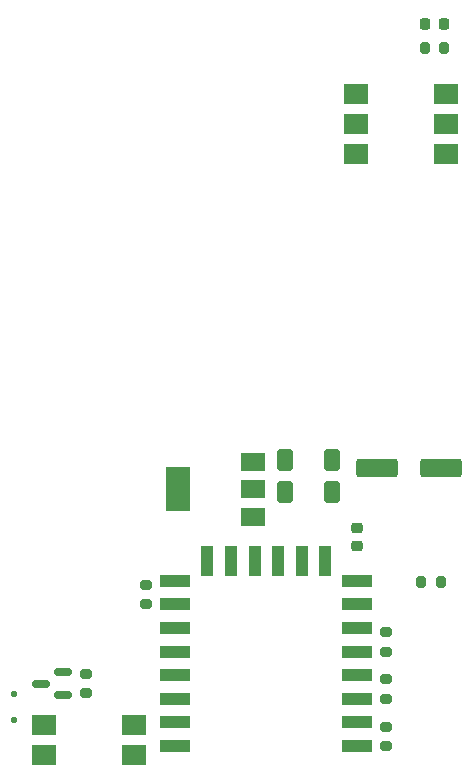
<source format=gtp>
%TF.GenerationSoftware,KiCad,Pcbnew,7.0.8*%
%TF.CreationDate,2025-03-27T12:51:53-03:00*%
%TF.ProjectId,on_off_module_x1,6f6e5f6f-6666-45f6-9d6f-64756c655f78,2.0*%
%TF.SameCoordinates,Original*%
%TF.FileFunction,Paste,Top*%
%TF.FilePolarity,Positive*%
%FSLAX46Y46*%
G04 Gerber Fmt 4.6, Leading zero omitted, Abs format (unit mm)*
G04 Created by KiCad (PCBNEW 7.0.8) date 2025-03-27 12:51:53*
%MOMM*%
%LPD*%
G01*
G04 APERTURE LIST*
G04 Aperture macros list*
%AMRoundRect*
0 Rectangle with rounded corners*
0 $1 Rounding radius*
0 $2 $3 $4 $5 $6 $7 $8 $9 X,Y pos of 4 corners*
0 Add a 4 corners polygon primitive as box body*
4,1,4,$2,$3,$4,$5,$6,$7,$8,$9,$2,$3,0*
0 Add four circle primitives for the rounded corners*
1,1,$1+$1,$2,$3*
1,1,$1+$1,$4,$5*
1,1,$1+$1,$6,$7*
1,1,$1+$1,$8,$9*
0 Add four rect primitives between the rounded corners*
20,1,$1+$1,$2,$3,$4,$5,0*
20,1,$1+$1,$4,$5,$6,$7,0*
20,1,$1+$1,$6,$7,$8,$9,0*
20,1,$1+$1,$8,$9,$2,$3,0*%
G04 Aperture macros list end*
%ADD10RoundRect,0.225000X-0.250000X0.225000X-0.250000X-0.225000X0.250000X-0.225000X0.250000X0.225000X0*%
%ADD11RoundRect,0.150000X0.587500X0.150000X-0.587500X0.150000X-0.587500X-0.150000X0.587500X-0.150000X0*%
%ADD12RoundRect,0.125000X0.125000X-0.125000X0.125000X0.125000X-0.125000X0.125000X-0.125000X-0.125000X0*%
%ADD13R,2.000000X1.780000*%
%ADD14RoundRect,0.218750X0.218750X0.256250X-0.218750X0.256250X-0.218750X-0.256250X0.218750X-0.256250X0*%
%ADD15RoundRect,0.200000X-0.275000X0.200000X-0.275000X-0.200000X0.275000X-0.200000X0.275000X0.200000X0*%
%ADD16R,2.000000X1.500000*%
%ADD17R,2.000000X3.800000*%
%ADD18RoundRect,0.200000X0.275000X-0.200000X0.275000X0.200000X-0.275000X0.200000X-0.275000X-0.200000X0*%
%ADD19RoundRect,0.259259X-0.440741X-0.640741X0.440741X-0.640741X0.440741X0.640741X-0.440741X0.640741X0*%
%ADD20R,2.500000X1.100000*%
%ADD21R,1.100000X2.500000*%
%ADD22RoundRect,0.200000X-0.200000X-0.275000X0.200000X-0.275000X0.200000X0.275000X-0.200000X0.275000X0*%
%ADD23RoundRect,0.250000X-1.500000X-0.550000X1.500000X-0.550000X1.500000X0.550000X-1.500000X0.550000X0*%
%ADD24RoundRect,0.200000X0.200000X0.275000X-0.200000X0.275000X-0.200000X-0.275000X0.200000X-0.275000X0*%
G04 APERTURE END LIST*
D10*
%TO.C,C5*%
X161151000Y-117067001D03*
X161151000Y-118617001D03*
%TD*%
D11*
%TO.C,Q1*%
X136222500Y-131182001D03*
X136222500Y-129282001D03*
X134347500Y-130232001D03*
%TD*%
D12*
%TO.C,D2*%
X132115000Y-133293001D03*
X132115000Y-131093001D03*
%TD*%
D13*
%TO.C,U4*%
X161071000Y-80337001D03*
X161071000Y-82877001D03*
X161071000Y-85417001D03*
X168691000Y-85417001D03*
X168691000Y-82877001D03*
X168691000Y-80337001D03*
%TD*%
D14*
%TO.C,D1*%
X168462500Y-74408001D03*
X166887500Y-74408001D03*
%TD*%
D15*
%TO.C,R5*%
X163611000Y-125868501D03*
X163611000Y-127518501D03*
%TD*%
D16*
%TO.C,U1*%
X152308000Y-116092001D03*
X152308000Y-113792001D03*
D17*
X146008000Y-113792001D03*
D16*
X152308000Y-111492001D03*
%TD*%
D18*
%TO.C,R6*%
X138211000Y-131057001D03*
X138211000Y-129407001D03*
%TD*%
D19*
%TO.C,C4*%
X155031998Y-114045999D03*
X159031998Y-114045999D03*
%TD*%
D15*
%TO.C,R2*%
X163611000Y-133868501D03*
X163611000Y-135518501D03*
%TD*%
D20*
%TO.C,U2*%
X161151000Y-135518501D03*
X161151000Y-133518501D03*
X161151000Y-131518501D03*
X161151000Y-129518501D03*
X161151000Y-127518501D03*
X161151000Y-125518501D03*
X161151000Y-123518501D03*
X161151000Y-121518501D03*
X145751000Y-121518501D03*
X145751000Y-123518501D03*
X145751000Y-125518501D03*
X145751000Y-127518501D03*
X145751000Y-129518501D03*
X145751000Y-131518501D03*
X145751000Y-133518501D03*
X145751000Y-135518501D03*
D21*
X158461000Y-119818501D03*
X156461000Y-119818501D03*
X154461000Y-119818501D03*
X152461000Y-119818501D03*
X150461000Y-119818501D03*
X148461000Y-119818501D03*
%TD*%
D13*
%TO.C,U3*%
X142275000Y-136257001D03*
X142275000Y-133717001D03*
X134655000Y-133717001D03*
X134655000Y-136257001D03*
%TD*%
D22*
%TO.C,R7*%
X166596000Y-121652001D03*
X168246000Y-121652001D03*
%TD*%
D19*
%TO.C,C3*%
X155031999Y-111292000D03*
X159031999Y-111292000D03*
%TD*%
D23*
%TO.C,C2*%
X162833000Y-112000000D03*
X168233000Y-112000000D03*
%TD*%
D24*
%TO.C,R4*%
X168520000Y-76436503D03*
X166870000Y-76436503D03*
%TD*%
D18*
%TO.C,R3*%
X143291000Y-123518501D03*
X143291000Y-121868501D03*
%TD*%
D15*
%TO.C,R1*%
X163611000Y-129868501D03*
X163611000Y-131518501D03*
%TD*%
M02*

</source>
